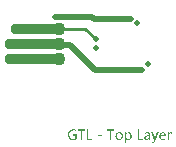
<source format=gtl>
G04*
G04 #@! TF.GenerationSoftware,Altium Limited,Altium Designer,22.5.1 (42)*
G04*
G04 Layer_Physical_Order=1*
G04 Layer_Color=255*
%FSLAX44Y44*%
%MOMM*%
G71*
G04*
G04 #@! TF.SameCoordinates,4FFD5CCC-AD45-4947-A22B-06A3F304AFED*
G04*
G04*
G04 #@! TF.FilePolarity,Positive*
G04*
G01*
G75*
G04:AMPARAMS|DCode=12|XSize=0.9mm|YSize=4.8mm|CornerRadius=0.351mm|HoleSize=0mm|Usage=FLASHONLY|Rotation=90.000|XOffset=0mm|YOffset=0mm|HoleType=Round|Shape=RoundedRectangle|*
%AMROUNDEDRECTD12*
21,1,0.9000,4.0980,0,0,90.0*
21,1,0.1980,4.8000,0,0,90.0*
1,1,0.7020,2.0490,0.0990*
1,1,0.7020,2.0490,-0.0990*
1,1,0.7020,-2.0490,-0.0990*
1,1,0.7020,-2.0490,0.0990*
%
%ADD12ROUNDEDRECTD12*%
G04:AMPARAMS|DCode=13|XSize=0.9mm|YSize=4.3mm|CornerRadius=0.351mm|HoleSize=0mm|Usage=FLASHONLY|Rotation=90.000|XOffset=0mm|YOffset=0mm|HoleType=Round|Shape=RoundedRectangle|*
%AMROUNDEDRECTD13*
21,1,0.9000,3.5980,0,0,90.0*
21,1,0.1980,4.3000,0,0,90.0*
1,1,0.7020,1.7990,0.0990*
1,1,0.7020,1.7990,-0.0990*
1,1,0.7020,-1.7990,-0.0990*
1,1,0.7020,-1.7990,0.0990*
%
%ADD13ROUNDEDRECTD13*%
%ADD15C,1.1000*%
%ADD16C,0.5000*%
%ADD17C,0.2500*%
%ADD18C,0.5000*%
%ADD19C,0.6000*%
G36*
X12874Y-72401D02*
X13000Y-72409D01*
X13149Y-72417D01*
X13306Y-72432D01*
X13486Y-72456D01*
X13675Y-72479D01*
X13871Y-72511D01*
X14075Y-72550D01*
X14279Y-72597D01*
X14483Y-72652D01*
X14687Y-72715D01*
X14891Y-72785D01*
X15079Y-72872D01*
X15079Y-74026D01*
X15064Y-74018D01*
X15032Y-73994D01*
X14970Y-73963D01*
X14891Y-73916D01*
X14781Y-73868D01*
X14656Y-73806D01*
X14514Y-73751D01*
X14350Y-73680D01*
X14177Y-73617D01*
X13981Y-73555D01*
X13769Y-73500D01*
X13541Y-73453D01*
X13298Y-73405D01*
X13047Y-73374D01*
X12788Y-73351D01*
X12513Y-73343D01*
X12450Y-73343D01*
X12372Y-73351D01*
X12262Y-73358D01*
X12136Y-73374D01*
X11987Y-73398D01*
X11822Y-73429D01*
X11642Y-73468D01*
X11453Y-73523D01*
X11257Y-73594D01*
X11053Y-73680D01*
X10841Y-73782D01*
X10637Y-73900D01*
X10441Y-74033D01*
X10245Y-74198D01*
X10056Y-74379D01*
X10049Y-74387D01*
X10017Y-74426D01*
X9970Y-74481D01*
X9907Y-74567D01*
X9837Y-74669D01*
X9750Y-74787D01*
X9664Y-74936D01*
X9578Y-75101D01*
X9491Y-75281D01*
X9405Y-75485D01*
X9319Y-75705D01*
X9248Y-75940D01*
X9185Y-76192D01*
X9138Y-76459D01*
X9107Y-76749D01*
X9099Y-77047D01*
X9099Y-77055D01*
X9099Y-77063D01*
X9099Y-77086D01*
X9099Y-77118D01*
X9099Y-77165D01*
X9107Y-77212D01*
X9115Y-77330D01*
X9122Y-77471D01*
X9146Y-77636D01*
X9169Y-77816D01*
X9209Y-78013D01*
X9256Y-78225D01*
X9319Y-78444D01*
X9389Y-78664D01*
X9476Y-78892D01*
X9578Y-79111D01*
X9695Y-79323D01*
X9829Y-79527D01*
X9986Y-79716D01*
X9994Y-79724D01*
X10025Y-79755D01*
X10080Y-79802D01*
X10151Y-79865D01*
X10237Y-79935D01*
X10347Y-80022D01*
X10472Y-80108D01*
X10622Y-80195D01*
X10786Y-80289D01*
X10967Y-80375D01*
X11163Y-80454D01*
X11383Y-80532D01*
X11610Y-80595D01*
X11862Y-80642D01*
X12121Y-80673D01*
X12403Y-80681D01*
X12505Y-80681D01*
X12576Y-80673D01*
X12670Y-80665D01*
X12772Y-80658D01*
X12890Y-80650D01*
X13023Y-80626D01*
X13157Y-80611D01*
X13306Y-80579D01*
X13604Y-80508D01*
X13761Y-80461D01*
X13910Y-80399D01*
X14059Y-80336D01*
X14208Y-80265D01*
X14208Y-77761D01*
X12254Y-77761D01*
X12254Y-76812D01*
X15260Y-76812D01*
X15260Y-80862D01*
X15244Y-80870D01*
X15197Y-80893D01*
X15127Y-80932D01*
X15025Y-80979D01*
X14899Y-81034D01*
X14750Y-81097D01*
X14577Y-81168D01*
X14381Y-81238D01*
X14169Y-81309D01*
X13934Y-81380D01*
X13690Y-81442D01*
X13431Y-81497D01*
X13157Y-81544D01*
X12866Y-81584D01*
X12576Y-81607D01*
X12270Y-81615D01*
X12183Y-81615D01*
X12144Y-81607D01*
X12089Y-81607D01*
X12026Y-81599D01*
X11956Y-81599D01*
X11791Y-81576D01*
X11603Y-81552D01*
X11399Y-81513D01*
X11171Y-81458D01*
X10928Y-81395D01*
X10676Y-81317D01*
X10417Y-81215D01*
X10158Y-81097D01*
X9899Y-80956D01*
X9648Y-80791D01*
X9405Y-80603D01*
X9177Y-80391D01*
X9162Y-80375D01*
X9130Y-80336D01*
X9068Y-80265D01*
X8997Y-80163D01*
X8903Y-80045D01*
X8809Y-79896D01*
X8699Y-79716D01*
X8589Y-79520D01*
X8479Y-79300D01*
X8369Y-79049D01*
X8275Y-78782D01*
X8181Y-78491D01*
X8110Y-78185D01*
X8047Y-77848D01*
X8016Y-77495D01*
X8000Y-77126D01*
X8000Y-77118D01*
X8000Y-77102D01*
X8000Y-77071D01*
X8000Y-77031D01*
X8008Y-76984D01*
X8008Y-76922D01*
X8016Y-76859D01*
X8024Y-76780D01*
X8031Y-76694D01*
X8039Y-76608D01*
X8071Y-76404D01*
X8110Y-76168D01*
X8165Y-75925D01*
X8235Y-75658D01*
X8322Y-75383D01*
X8424Y-75101D01*
X8550Y-74818D01*
X8706Y-74536D01*
X8879Y-74253D01*
X9083Y-73986D01*
X9311Y-73727D01*
X9327Y-73712D01*
X9374Y-73672D01*
X9444Y-73602D01*
X9546Y-73515D01*
X9680Y-73421D01*
X9829Y-73303D01*
X10009Y-73186D01*
X10221Y-73060D01*
X10449Y-72934D01*
X10700Y-72817D01*
X10967Y-72699D01*
X11265Y-72605D01*
X11579Y-72519D01*
X11909Y-72448D01*
X12262Y-72409D01*
X12631Y-72393D01*
X12772Y-72393D01*
X12874Y-72401D01*
X12874Y-72401D02*
G37*
G36*
X59463Y-74952D02*
X59550Y-74960D01*
X59652Y-74967D01*
X59769Y-74991D01*
X59903Y-75014D01*
X60052Y-75054D01*
X60201Y-75101D01*
X60358Y-75156D01*
X60515Y-75226D01*
X60680Y-75305D01*
X60837Y-75407D01*
X60986Y-75525D01*
X61135Y-75658D01*
X61269Y-75807D01*
X61276Y-75815D01*
X61300Y-75846D01*
X61331Y-75893D01*
X61378Y-75964D01*
X61425Y-76050D01*
X61488Y-76153D01*
X61551Y-76278D01*
X61614Y-76411D01*
X61677Y-76568D01*
X61739Y-76741D01*
X61802Y-76929D01*
X61849Y-77133D01*
X61896Y-77353D01*
X61928Y-77589D01*
X61951Y-77840D01*
X61959Y-78099D01*
X61959Y-78107D01*
X61959Y-78115D01*
X61959Y-78138D01*
X61959Y-78169D01*
X61951Y-78256D01*
X61943Y-78366D01*
X61936Y-78499D01*
X61920Y-78656D01*
X61896Y-78829D01*
X61865Y-79017D01*
X61818Y-79213D01*
X61771Y-79425D01*
X61708Y-79637D01*
X61630Y-79849D01*
X61543Y-80061D01*
X61441Y-80273D01*
X61316Y-80469D01*
X61182Y-80658D01*
X61174Y-80665D01*
X61143Y-80697D01*
X61104Y-80744D01*
X61041Y-80807D01*
X60962Y-80877D01*
X60868Y-80964D01*
X60750Y-81050D01*
X60625Y-81136D01*
X60484Y-81223D01*
X60319Y-81309D01*
X60146Y-81395D01*
X59958Y-81466D01*
X59754Y-81529D01*
X59534Y-81576D01*
X59299Y-81607D01*
X59055Y-81615D01*
X59000Y-81615D01*
X58938Y-81607D01*
X58851Y-81599D01*
X58749Y-81584D01*
X58631Y-81560D01*
X58498Y-81529D01*
X58349Y-81482D01*
X58200Y-81427D01*
X58043Y-81356D01*
X57886Y-81270D01*
X57721Y-81168D01*
X57564Y-81042D01*
X57415Y-80901D01*
X57274Y-80736D01*
X57140Y-80548D01*
X57117Y-80548D01*
X57117Y-84394D01*
X56096Y-84394D01*
X56096Y-75093D01*
X57117Y-75093D01*
X57117Y-76215D01*
X57140Y-76215D01*
X57148Y-76199D01*
X57179Y-76160D01*
X57219Y-76097D01*
X57281Y-76019D01*
X57360Y-75917D01*
X57454Y-75815D01*
X57572Y-75697D01*
X57697Y-75580D01*
X57846Y-75462D01*
X58011Y-75344D01*
X58192Y-75242D01*
X58388Y-75140D01*
X58600Y-75061D01*
X58835Y-74999D01*
X59079Y-74960D01*
X59346Y-74944D01*
X59401Y-74944D01*
X59463Y-74952D01*
X59463Y-74952D02*
G37*
G36*
X95253Y-74991D02*
X95339Y-74991D01*
X95434Y-75007D01*
X95535Y-75022D01*
X95638Y-75038D01*
X95724Y-75069D01*
X95724Y-76129D01*
X95708Y-76121D01*
X95677Y-76097D01*
X95614Y-76066D01*
X95528Y-76027D01*
X95410Y-75988D01*
X95284Y-75956D01*
X95127Y-75933D01*
X94947Y-75925D01*
X94884Y-75925D01*
X94837Y-75933D01*
X94782Y-75940D01*
X94719Y-75956D01*
X94570Y-76003D01*
X94484Y-76035D01*
X94397Y-76074D01*
X94303Y-76129D01*
X94209Y-76184D01*
X94123Y-76255D01*
X94029Y-76341D01*
X93942Y-76435D01*
X93856Y-76545D01*
X93848Y-76553D01*
X93840Y-76576D01*
X93817Y-76608D01*
X93785Y-76655D01*
X93754Y-76718D01*
X93715Y-76796D01*
X93675Y-76882D01*
X93636Y-76984D01*
X93597Y-77094D01*
X93558Y-77220D01*
X93518Y-77361D01*
X93487Y-77510D01*
X93456Y-77675D01*
X93432Y-77848D01*
X93424Y-78028D01*
X93416Y-78225D01*
X93416Y-81466D01*
X92396Y-81466D01*
X92396Y-75093D01*
X93416Y-75093D01*
X93416Y-76411D01*
X93440Y-76411D01*
X93440Y-76404D01*
X93448Y-76380D01*
X93463Y-76349D01*
X93479Y-76302D01*
X93503Y-76247D01*
X93534Y-76176D01*
X93605Y-76027D01*
X93699Y-75854D01*
X93817Y-75682D01*
X93950Y-75517D01*
X94107Y-75360D01*
X94115Y-75352D01*
X94131Y-75344D01*
X94154Y-75328D01*
X94185Y-75297D01*
X94225Y-75273D01*
X94280Y-75242D01*
X94397Y-75171D01*
X94547Y-75101D01*
X94719Y-75038D01*
X94908Y-74999D01*
X95010Y-74991D01*
X95112Y-74983D01*
X95175Y-74983D01*
X95253Y-74991D01*
X95253Y-74991D02*
G37*
G36*
X36624Y-78319D02*
X33226Y-78319D01*
X33226Y-77518D01*
X36624Y-77518D01*
X36624Y-78319D01*
X36624Y-78319D02*
G37*
G36*
X81706Y-82486D02*
X81706Y-82494D01*
X81698Y-82510D01*
X81683Y-82533D01*
X81667Y-82573D01*
X81651Y-82620D01*
X81628Y-82667D01*
X81565Y-82792D01*
X81479Y-82942D01*
X81384Y-83114D01*
X81267Y-83287D01*
X81133Y-83475D01*
X80984Y-83656D01*
X80819Y-83836D01*
X80639Y-84009D01*
X80443Y-84158D01*
X80231Y-84284D01*
X80121Y-84331D01*
X80003Y-84378D01*
X79885Y-84417D01*
X79760Y-84441D01*
X79634Y-84456D01*
X79501Y-84464D01*
X79438Y-84464D01*
X79359Y-84456D01*
X79265Y-84456D01*
X79163Y-84441D01*
X79053Y-84425D01*
X78936Y-84409D01*
X78834Y-84378D01*
X78834Y-83467D01*
X78849Y-83475D01*
X78889Y-83483D01*
X78951Y-83499D01*
X79030Y-83522D01*
X79124Y-83546D01*
X79226Y-83561D01*
X79336Y-83569D01*
X79438Y-83577D01*
X79469Y-83577D01*
X79509Y-83569D01*
X79564Y-83561D01*
X79626Y-83546D01*
X79705Y-83530D01*
X79783Y-83499D01*
X79878Y-83460D01*
X79964Y-83412D01*
X80066Y-83350D01*
X80160Y-83279D01*
X80254Y-83193D01*
X80349Y-83083D01*
X80443Y-82965D01*
X80521Y-82824D01*
X80600Y-82659D01*
X81110Y-81458D01*
X78622Y-75093D01*
X79752Y-75093D01*
X81479Y-79998D01*
X81479Y-80006D01*
X81487Y-80022D01*
X81494Y-80045D01*
X81510Y-80092D01*
X81526Y-80155D01*
X81541Y-80242D01*
X81573Y-80351D01*
X81604Y-80485D01*
X81643Y-80485D01*
X81643Y-80477D01*
X81651Y-80454D01*
X81659Y-80422D01*
X81675Y-80367D01*
X81691Y-80304D01*
X81706Y-80226D01*
X81738Y-80124D01*
X81769Y-80014D01*
X83582Y-75093D01*
X84634Y-75093D01*
X81706Y-82486D01*
X81706Y-82486D02*
G37*
G36*
X75490Y-74952D02*
X75545Y-74952D01*
X75600Y-74960D01*
X75671Y-74967D01*
X75749Y-74983D01*
X75914Y-75014D01*
X76110Y-75069D01*
X76306Y-75140D01*
X76518Y-75242D01*
X76730Y-75368D01*
X76832Y-75438D01*
X76934Y-75525D01*
X77028Y-75619D01*
X77123Y-75713D01*
X77209Y-75823D01*
X77288Y-75948D01*
X77366Y-76074D01*
X77437Y-76215D01*
X77492Y-76372D01*
X77547Y-76537D01*
X77586Y-76710D01*
X77617Y-76906D01*
X77633Y-77102D01*
X77641Y-77322D01*
X77641Y-81466D01*
X76620Y-81466D01*
X76620Y-80477D01*
X76597Y-80477D01*
X76589Y-80493D01*
X76565Y-80524D01*
X76526Y-80579D01*
X76471Y-80658D01*
X76401Y-80744D01*
X76314Y-80838D01*
X76220Y-80940D01*
X76102Y-81042D01*
X75969Y-81152D01*
X75828Y-81254D01*
X75663Y-81348D01*
X75490Y-81435D01*
X75294Y-81513D01*
X75090Y-81568D01*
X74870Y-81599D01*
X74635Y-81615D01*
X74541Y-81615D01*
X74478Y-81607D01*
X74399Y-81599D01*
X74305Y-81592D01*
X74203Y-81576D01*
X74093Y-81552D01*
X73850Y-81489D01*
X73732Y-81450D01*
X73607Y-81403D01*
X73481Y-81348D01*
X73363Y-81278D01*
X73253Y-81199D01*
X73143Y-81113D01*
X73136Y-81105D01*
X73120Y-81089D01*
X73096Y-81058D01*
X73057Y-81019D01*
X73018Y-80971D01*
X72979Y-80909D01*
X72924Y-80838D01*
X72877Y-80760D01*
X72829Y-80665D01*
X72782Y-80563D01*
X72735Y-80454D01*
X72696Y-80336D01*
X72657Y-80210D01*
X72633Y-80077D01*
X72618Y-79928D01*
X72610Y-79778D01*
X72610Y-79771D01*
X72610Y-79755D01*
X72610Y-79731D01*
X72618Y-79700D01*
X72618Y-79661D01*
X72625Y-79614D01*
X72641Y-79496D01*
X72673Y-79355D01*
X72720Y-79198D01*
X72782Y-79025D01*
X72877Y-78844D01*
X72986Y-78664D01*
X73120Y-78484D01*
X73206Y-78397D01*
X73293Y-78311D01*
X73395Y-78225D01*
X73497Y-78146D01*
X73614Y-78067D01*
X73740Y-77997D01*
X73873Y-77934D01*
X74022Y-77871D01*
X74180Y-77816D01*
X74344Y-77769D01*
X74525Y-77730D01*
X74713Y-77699D01*
X76620Y-77432D01*
X76620Y-77424D01*
X76620Y-77416D01*
X76620Y-77393D01*
X76620Y-77361D01*
X76613Y-77283D01*
X76597Y-77181D01*
X76581Y-77055D01*
X76550Y-76914D01*
X76511Y-76772D01*
X76455Y-76616D01*
X76385Y-76466D01*
X76299Y-76317D01*
X76196Y-76184D01*
X76071Y-76058D01*
X75914Y-75956D01*
X75741Y-75878D01*
X75647Y-75846D01*
X75537Y-75823D01*
X75427Y-75815D01*
X75310Y-75807D01*
X75255Y-75807D01*
X75200Y-75815D01*
X75113Y-75823D01*
X75011Y-75831D01*
X74894Y-75846D01*
X74760Y-75870D01*
X74619Y-75901D01*
X74462Y-75948D01*
X74297Y-75995D01*
X74124Y-76058D01*
X73944Y-76137D01*
X73763Y-76231D01*
X73583Y-76333D01*
X73402Y-76451D01*
X73230Y-76592D01*
X73230Y-75548D01*
X73238Y-75540D01*
X73269Y-75525D01*
X73324Y-75493D01*
X73395Y-75454D01*
X73489Y-75407D01*
X73591Y-75360D01*
X73716Y-75305D01*
X73858Y-75242D01*
X74007Y-75187D01*
X74172Y-75132D01*
X74352Y-75085D01*
X74541Y-75038D01*
X74745Y-74999D01*
X74949Y-74967D01*
X75168Y-74952D01*
X75396Y-74944D01*
X75451Y-74944D01*
X75490Y-74952D01*
X75490Y-74952D02*
G37*
G36*
X68270Y-80524D02*
X71856Y-80524D01*
X71856Y-81466D01*
X67226Y-81466D01*
X67226Y-72542D01*
X68270Y-72542D01*
X68270Y-80524D01*
X68270Y-80524D02*
G37*
G36*
X47361Y-73492D02*
X44786Y-73492D01*
X44786Y-81466D01*
X43743Y-81466D01*
X43743Y-73492D01*
X41168Y-73492D01*
X41168Y-72542D01*
X47361Y-72542D01*
X47361Y-73492D01*
X47361Y-73492D02*
G37*
G36*
X25055Y-80524D02*
X28642Y-80524D01*
X28642Y-81466D01*
X24011Y-81466D01*
X24011Y-72542D01*
X25055Y-72542D01*
X25055Y-80524D01*
X25055Y-80524D02*
G37*
G36*
X22606Y-73492D02*
X20032Y-73492D01*
X20032Y-81466D01*
X18988Y-81466D01*
X18988Y-73492D01*
X16414Y-73492D01*
X16414Y-72542D01*
X22606Y-72542D01*
X22606Y-73492D01*
X22606Y-73492D02*
G37*
G36*
X88354Y-74952D02*
X88440Y-74960D01*
X88550Y-74967D01*
X88668Y-74983D01*
X88801Y-75014D01*
X88943Y-75046D01*
X89100Y-75085D01*
X89257Y-75140D01*
X89414Y-75211D01*
X89578Y-75289D01*
X89735Y-75383D01*
X89885Y-75493D01*
X90034Y-75619D01*
X90167Y-75760D01*
X90175Y-75768D01*
X90198Y-75799D01*
X90230Y-75846D01*
X90277Y-75909D01*
X90324Y-75988D01*
X90387Y-76090D01*
X90450Y-76207D01*
X90512Y-76341D01*
X90575Y-76498D01*
X90638Y-76663D01*
X90701Y-76851D01*
X90748Y-77047D01*
X90795Y-77267D01*
X90826Y-77495D01*
X90850Y-77746D01*
X90858Y-78005D01*
X90858Y-78538D01*
X86353Y-78538D01*
X86353Y-78554D01*
X86353Y-78586D01*
X86361Y-78640D01*
X86368Y-78711D01*
X86376Y-78805D01*
X86392Y-78907D01*
X86408Y-79017D01*
X86439Y-79143D01*
X86510Y-79410D01*
X86557Y-79543D01*
X86612Y-79684D01*
X86674Y-79818D01*
X86745Y-79951D01*
X86831Y-80069D01*
X86926Y-80187D01*
X86933Y-80195D01*
X86949Y-80210D01*
X86980Y-80242D01*
X87028Y-80273D01*
X87083Y-80320D01*
X87153Y-80367D01*
X87232Y-80422D01*
X87318Y-80469D01*
X87420Y-80524D01*
X87538Y-80579D01*
X87655Y-80626D01*
X87797Y-80673D01*
X87938Y-80705D01*
X88095Y-80736D01*
X88260Y-80752D01*
X88433Y-80760D01*
X88480Y-80760D01*
X88534Y-80752D01*
X88613Y-80752D01*
X88707Y-80736D01*
X88817Y-80720D01*
X88943Y-80697D01*
X89084Y-80673D01*
X89233Y-80634D01*
X89390Y-80587D01*
X89555Y-80532D01*
X89720Y-80461D01*
X89892Y-80383D01*
X90065Y-80289D01*
X90238Y-80179D01*
X90410Y-80053D01*
X90410Y-81011D01*
X90402Y-81019D01*
X90371Y-81034D01*
X90324Y-81066D01*
X90261Y-81105D01*
X90175Y-81152D01*
X90073Y-81199D01*
X89955Y-81254D01*
X89822Y-81309D01*
X89665Y-81372D01*
X89500Y-81427D01*
X89319Y-81474D01*
X89123Y-81521D01*
X88911Y-81560D01*
X88684Y-81592D01*
X88440Y-81607D01*
X88189Y-81615D01*
X88126Y-81615D01*
X88064Y-81607D01*
X87969Y-81599D01*
X87852Y-81592D01*
X87718Y-81568D01*
X87577Y-81544D01*
X87420Y-81505D01*
X87255Y-81458D01*
X87083Y-81403D01*
X86902Y-81333D01*
X86729Y-81254D01*
X86549Y-81152D01*
X86384Y-81034D01*
X86219Y-80901D01*
X86070Y-80752D01*
X86062Y-80744D01*
X86039Y-80712D01*
X85999Y-80658D01*
X85952Y-80587D01*
X85890Y-80501D01*
X85827Y-80391D01*
X85756Y-80265D01*
X85686Y-80116D01*
X85615Y-79959D01*
X85544Y-79771D01*
X85481Y-79574D01*
X85419Y-79355D01*
X85372Y-79119D01*
X85332Y-78868D01*
X85309Y-78593D01*
X85301Y-78311D01*
X85301Y-78303D01*
X85301Y-78295D01*
X85301Y-78272D01*
X85301Y-78248D01*
X85309Y-78169D01*
X85317Y-78060D01*
X85324Y-77934D01*
X85348Y-77793D01*
X85372Y-77628D01*
X85403Y-77448D01*
X85450Y-77259D01*
X85505Y-77063D01*
X85576Y-76859D01*
X85654Y-76655D01*
X85748Y-76459D01*
X85866Y-76255D01*
X85992Y-76066D01*
X86141Y-75886D01*
X86149Y-75878D01*
X86180Y-75846D01*
X86227Y-75799D01*
X86290Y-75736D01*
X86376Y-75666D01*
X86478Y-75587D01*
X86588Y-75501D01*
X86721Y-75415D01*
X86863Y-75328D01*
X87028Y-75242D01*
X87200Y-75163D01*
X87381Y-75093D01*
X87577Y-75030D01*
X87789Y-74983D01*
X88009Y-74952D01*
X88236Y-74944D01*
X88291Y-74944D01*
X88354Y-74952D01*
X88354Y-74952D02*
G37*
G36*
X51575Y-74952D02*
X51677Y-74960D01*
X51795Y-74967D01*
X51936Y-74991D01*
X52086Y-75014D01*
X52250Y-75054D01*
X52431Y-75101D01*
X52611Y-75156D01*
X52792Y-75226D01*
X52980Y-75313D01*
X53161Y-75415D01*
X53341Y-75532D01*
X53506Y-75666D01*
X53663Y-75823D01*
X53671Y-75831D01*
X53695Y-75862D01*
X53734Y-75917D01*
X53789Y-75988D01*
X53852Y-76074D01*
X53914Y-76184D01*
X53993Y-76309D01*
X54064Y-76459D01*
X54142Y-76623D01*
X54213Y-76804D01*
X54275Y-77000D01*
X54338Y-77220D01*
X54393Y-77455D01*
X54432Y-77706D01*
X54456Y-77973D01*
X54464Y-78256D01*
X54464Y-78264D01*
X54464Y-78272D01*
X54464Y-78295D01*
X54464Y-78327D01*
X54456Y-78405D01*
X54448Y-78507D01*
X54440Y-78640D01*
X54417Y-78790D01*
X54393Y-78954D01*
X54354Y-79135D01*
X54307Y-79323D01*
X54252Y-79527D01*
X54181Y-79731D01*
X54103Y-79935D01*
X54001Y-80140D01*
X53883Y-80336D01*
X53749Y-80524D01*
X53600Y-80705D01*
X53593Y-80712D01*
X53561Y-80744D01*
X53514Y-80791D01*
X53443Y-80846D01*
X53357Y-80917D01*
X53255Y-80995D01*
X53130Y-81074D01*
X52988Y-81160D01*
X52831Y-81246D01*
X52659Y-81325D01*
X52470Y-81403D01*
X52266Y-81474D01*
X52039Y-81529D01*
X51803Y-81576D01*
X51560Y-81607D01*
X51293Y-81615D01*
X51230Y-81615D01*
X51160Y-81607D01*
X51058Y-81599D01*
X50940Y-81592D01*
X50799Y-81568D01*
X50649Y-81544D01*
X50484Y-81505D01*
X50304Y-81458D01*
X50124Y-81395D01*
X49935Y-81325D01*
X49747Y-81238D01*
X49558Y-81136D01*
X49370Y-81019D01*
X49197Y-80885D01*
X49033Y-80728D01*
X49025Y-80720D01*
X48993Y-80689D01*
X48954Y-80634D01*
X48899Y-80563D01*
X48836Y-80477D01*
X48766Y-80367D01*
X48695Y-80242D01*
X48617Y-80092D01*
X48538Y-79935D01*
X48460Y-79755D01*
X48389Y-79559D01*
X48326Y-79347D01*
X48271Y-79127D01*
X48232Y-78884D01*
X48201Y-78625D01*
X48193Y-78358D01*
X48193Y-78350D01*
X48193Y-78342D01*
X48193Y-78319D01*
X48193Y-78287D01*
X48201Y-78201D01*
X48208Y-78091D01*
X48216Y-77958D01*
X48240Y-77801D01*
X48263Y-77628D01*
X48303Y-77440D01*
X48350Y-77243D01*
X48405Y-77039D01*
X48475Y-76827D01*
X48562Y-76616D01*
X48664Y-76411D01*
X48773Y-76215D01*
X48907Y-76027D01*
X49064Y-75846D01*
X49072Y-75838D01*
X49103Y-75807D01*
X49158Y-75760D01*
X49229Y-75705D01*
X49315Y-75634D01*
X49425Y-75564D01*
X49550Y-75477D01*
X49692Y-75391D01*
X49849Y-75313D01*
X50029Y-75226D01*
X50226Y-75156D01*
X50437Y-75085D01*
X50665Y-75030D01*
X50908Y-74983D01*
X51167Y-74952D01*
X51442Y-74944D01*
X51505Y-74944D01*
X51575Y-74952D01*
X51575Y-74952D02*
G37*
%LPC*%
G36*
X59094Y-75807D02*
X59008Y-75807D01*
X58945Y-75815D01*
X58867Y-75823D01*
X58780Y-75838D01*
X58686Y-75862D01*
X58576Y-75886D01*
X58467Y-75917D01*
X58349Y-75956D01*
X58231Y-76011D01*
X58113Y-76066D01*
X57996Y-76137D01*
X57878Y-76223D01*
X57760Y-76317D01*
X57658Y-76427D01*
X57650Y-76435D01*
X57635Y-76459D01*
X57611Y-76490D01*
X57572Y-76537D01*
X57533Y-76600D01*
X57485Y-76670D01*
X57438Y-76757D01*
X57391Y-76851D01*
X57336Y-76961D01*
X57289Y-77079D01*
X57242Y-77204D01*
X57203Y-77345D01*
X57164Y-77495D01*
X57140Y-77644D01*
X57124Y-77808D01*
X57117Y-77981D01*
X57117Y-78868D01*
X57117Y-78876D01*
X57117Y-78899D01*
X57117Y-78947D01*
X57124Y-79001D01*
X57132Y-79072D01*
X57140Y-79151D01*
X57156Y-79237D01*
X57179Y-79331D01*
X57242Y-79543D01*
X57281Y-79653D01*
X57329Y-79771D01*
X57391Y-79880D01*
X57462Y-79998D01*
X57540Y-80108D01*
X57627Y-80210D01*
X57635Y-80218D01*
X57650Y-80234D01*
X57682Y-80257D01*
X57721Y-80296D01*
X57768Y-80336D01*
X57831Y-80383D01*
X57902Y-80430D01*
X57988Y-80485D01*
X58074Y-80532D01*
X58176Y-80587D01*
X58286Y-80634D01*
X58396Y-80673D01*
X58521Y-80712D01*
X58655Y-80736D01*
X58796Y-80752D01*
X58938Y-80760D01*
X58977Y-80760D01*
X59024Y-80752D01*
X59094Y-80752D01*
X59165Y-80736D01*
X59259Y-80720D01*
X59361Y-80697D01*
X59463Y-80673D01*
X59581Y-80634D01*
X59699Y-80587D01*
X59816Y-80532D01*
X59942Y-80461D01*
X60060Y-80383D01*
X60178Y-80289D01*
X60287Y-80179D01*
X60389Y-80053D01*
X60397Y-80045D01*
X60413Y-80022D01*
X60437Y-79983D01*
X60476Y-79920D01*
X60515Y-79849D01*
X60554Y-79763D01*
X60601Y-79653D01*
X60656Y-79535D01*
X60703Y-79402D01*
X60750Y-79253D01*
X60790Y-79096D01*
X60837Y-78915D01*
X60868Y-78727D01*
X60892Y-78523D01*
X60908Y-78303D01*
X60915Y-78075D01*
X60915Y-78060D01*
X60915Y-78028D01*
X60915Y-77973D01*
X60908Y-77903D01*
X60900Y-77808D01*
X60892Y-77706D01*
X60876Y-77597D01*
X60852Y-77471D01*
X60798Y-77204D01*
X60758Y-77063D01*
X60703Y-76929D01*
X60648Y-76788D01*
X60586Y-76655D01*
X60507Y-76529D01*
X60421Y-76411D01*
X60413Y-76404D01*
X60397Y-76388D01*
X60374Y-76357D01*
X60335Y-76317D01*
X60280Y-76270D01*
X60225Y-76223D01*
X60154Y-76168D01*
X60075Y-76105D01*
X59981Y-76050D01*
X59887Y-75995D01*
X59777Y-75948D01*
X59660Y-75901D01*
X59526Y-75862D01*
X59393Y-75831D01*
X59251Y-75815D01*
X59094Y-75807D01*
X59094Y-75807D02*
G37*
G36*
X76620Y-78248D02*
X75082Y-78460D01*
X75074Y-78460D01*
X75051Y-78468D01*
X75011Y-78468D01*
X74964Y-78476D01*
X74909Y-78491D01*
X74839Y-78507D01*
X74682Y-78538D01*
X74509Y-78586D01*
X74336Y-78648D01*
X74164Y-78727D01*
X74085Y-78766D01*
X74015Y-78813D01*
X73999Y-78829D01*
X73960Y-78860D01*
X73897Y-78923D01*
X73834Y-79017D01*
X73771Y-79143D01*
X73740Y-79213D01*
X73709Y-79292D01*
X73685Y-79378D01*
X73669Y-79480D01*
X73661Y-79582D01*
X73654Y-79700D01*
X73654Y-79708D01*
X73654Y-79724D01*
X73654Y-79747D01*
X73661Y-79778D01*
X73669Y-79865D01*
X73693Y-79975D01*
X73732Y-80092D01*
X73795Y-80226D01*
X73873Y-80351D01*
X73983Y-80469D01*
X73991Y-80469D01*
X73999Y-80485D01*
X74046Y-80516D01*
X74117Y-80563D01*
X74219Y-80611D01*
X74352Y-80665D01*
X74501Y-80712D01*
X74682Y-80744D01*
X74878Y-80760D01*
X74949Y-80760D01*
X75004Y-80752D01*
X75066Y-80744D01*
X75145Y-80728D01*
X75223Y-80712D01*
X75318Y-80689D01*
X75514Y-80626D01*
X75616Y-80587D01*
X75726Y-80532D01*
X75828Y-80469D01*
X75930Y-80399D01*
X76032Y-80320D01*
X76126Y-80226D01*
X76134Y-80218D01*
X76150Y-80202D01*
X76173Y-80171D01*
X76204Y-80132D01*
X76244Y-80077D01*
X76283Y-80014D01*
X76330Y-79943D01*
X76377Y-79857D01*
X76416Y-79763D01*
X76463Y-79661D01*
X76503Y-79551D01*
X76542Y-79433D01*
X76573Y-79308D01*
X76597Y-79174D01*
X76613Y-79033D01*
X76620Y-78884D01*
X76620Y-78248D01*
X76620Y-78248D02*
G37*
G36*
X88221Y-75807D02*
X88150Y-75807D01*
X88103Y-75815D01*
X88040Y-75823D01*
X87962Y-75831D01*
X87883Y-75846D01*
X87797Y-75870D01*
X87601Y-75933D01*
X87499Y-75972D01*
X87396Y-76027D01*
X87295Y-76082D01*
X87185Y-76153D01*
X87090Y-76231D01*
X86988Y-76325D01*
X86980Y-76333D01*
X86965Y-76349D01*
X86941Y-76380D01*
X86910Y-76419D01*
X86871Y-76474D01*
X86824Y-76529D01*
X86777Y-76608D01*
X86721Y-76686D01*
X86667Y-76780D01*
X86620Y-76882D01*
X86565Y-76992D01*
X86517Y-77110D01*
X86470Y-77243D01*
X86431Y-77377D01*
X86392Y-77526D01*
X86368Y-77675D01*
X89814Y-77675D01*
X89814Y-77667D01*
X89814Y-77636D01*
X89814Y-77589D01*
X89806Y-77526D01*
X89798Y-77455D01*
X89790Y-77369D01*
X89775Y-77275D01*
X89759Y-77173D01*
X89704Y-76953D01*
X89626Y-76718D01*
X89578Y-76608D01*
X89523Y-76498D01*
X89461Y-76396D01*
X89382Y-76302D01*
X89374Y-76294D01*
X89367Y-76278D01*
X89343Y-76255D01*
X89304Y-76223D01*
X89264Y-76184D01*
X89209Y-76145D01*
X89155Y-76097D01*
X89084Y-76050D01*
X89005Y-76011D01*
X88919Y-75964D01*
X88817Y-75925D01*
X88715Y-75886D01*
X88605Y-75854D01*
X88488Y-75831D01*
X88354Y-75815D01*
X88221Y-75807D01*
X88221Y-75807D02*
G37*
G36*
X51364Y-75807D02*
X51324Y-75807D01*
X51269Y-75815D01*
X51199Y-75815D01*
X51120Y-75831D01*
X51026Y-75838D01*
X50916Y-75862D01*
X50799Y-75893D01*
X50681Y-75925D01*
X50555Y-75972D01*
X50422Y-76027D01*
X50296Y-76090D01*
X50163Y-76168D01*
X50037Y-76255D01*
X49919Y-76357D01*
X49810Y-76474D01*
X49802Y-76482D01*
X49786Y-76506D01*
X49755Y-76545D01*
X49723Y-76600D01*
X49676Y-76663D01*
X49629Y-76749D01*
X49574Y-76843D01*
X49527Y-76953D01*
X49472Y-77079D01*
X49417Y-77220D01*
X49370Y-77369D01*
X49323Y-77534D01*
X49292Y-77714D01*
X49260Y-77903D01*
X49244Y-78107D01*
X49237Y-78319D01*
X49237Y-78334D01*
X49237Y-78366D01*
X49244Y-78429D01*
X49244Y-78507D01*
X49252Y-78601D01*
X49268Y-78711D01*
X49284Y-78837D01*
X49307Y-78970D01*
X49339Y-79111D01*
X49378Y-79253D01*
X49425Y-79402D01*
X49480Y-79551D01*
X49543Y-79700D01*
X49621Y-79841D01*
X49707Y-79983D01*
X49810Y-80108D01*
X49817Y-80116D01*
X49833Y-80140D01*
X49872Y-80171D01*
X49919Y-80210D01*
X49974Y-80257D01*
X50045Y-80312D01*
X50131Y-80375D01*
X50226Y-80430D01*
X50328Y-80493D01*
X50445Y-80555D01*
X50571Y-80611D01*
X50712Y-80658D01*
X50861Y-80697D01*
X51018Y-80728D01*
X51183Y-80752D01*
X51364Y-80760D01*
X51411Y-80760D01*
X51458Y-80752D01*
X51528Y-80752D01*
X51607Y-80736D01*
X51701Y-80728D01*
X51811Y-80705D01*
X51929Y-80681D01*
X52046Y-80650D01*
X52172Y-80603D01*
X52298Y-80555D01*
X52423Y-80493D01*
X52549Y-80422D01*
X52666Y-80336D01*
X52784Y-80234D01*
X52886Y-80124D01*
X52894Y-80116D01*
X52910Y-80092D01*
X52933Y-80053D01*
X52972Y-80006D01*
X53012Y-79935D01*
X53059Y-79857D01*
X53106Y-79763D01*
X53153Y-79653D01*
X53200Y-79527D01*
X53255Y-79394D01*
X53294Y-79245D01*
X53334Y-79080D01*
X53373Y-78907D01*
X53396Y-78711D01*
X53412Y-78507D01*
X53420Y-78295D01*
X53420Y-78279D01*
X53420Y-78240D01*
X53420Y-78177D01*
X53412Y-78099D01*
X53404Y-77997D01*
X53389Y-77887D01*
X53373Y-77754D01*
X53357Y-77620D01*
X53286Y-77322D01*
X53247Y-77173D01*
X53192Y-77016D01*
X53137Y-76867D01*
X53059Y-76725D01*
X52980Y-76584D01*
X52886Y-76459D01*
X52878Y-76451D01*
X52863Y-76427D01*
X52831Y-76396D01*
X52784Y-76357D01*
X52729Y-76309D01*
X52666Y-76255D01*
X52588Y-76192D01*
X52494Y-76129D01*
X52392Y-76074D01*
X52282Y-76011D01*
X52156Y-75956D01*
X52023Y-75909D01*
X51874Y-75870D01*
X51717Y-75838D01*
X51544Y-75815D01*
X51364Y-75807D01*
X51364Y-75807D02*
G37*
%LPD*%
D12*
X-22000Y-12700D02*
D03*
X-22000Y0D02*
D03*
D13*
X-19500Y12700D02*
D03*
D15*
X0Y-12700D02*
D03*
X0Y0D02*
D03*
X0Y12700D02*
D03*
D16*
X0Y0D02*
X1148Y-1148D01*
X9648Y-1148D01*
X31049Y-22549D01*
X71032Y-22549D01*
X61762Y20871D02*
X30071Y20871D01*
X28692Y22250D01*
X-3000Y22250D01*
D17*
X0Y12700D02*
X22572Y12700D01*
X31297Y3975D01*
D18*
X-3000Y22250D02*
D03*
X31312Y3960D02*
D03*
X31312Y-3960D02*
D03*
X61762Y20871D02*
D03*
X66167Y17174D02*
D03*
X75514Y-16790D02*
D03*
X71032Y-22549D02*
D03*
D19*
X-28500Y0D02*
D03*
M02*

</source>
